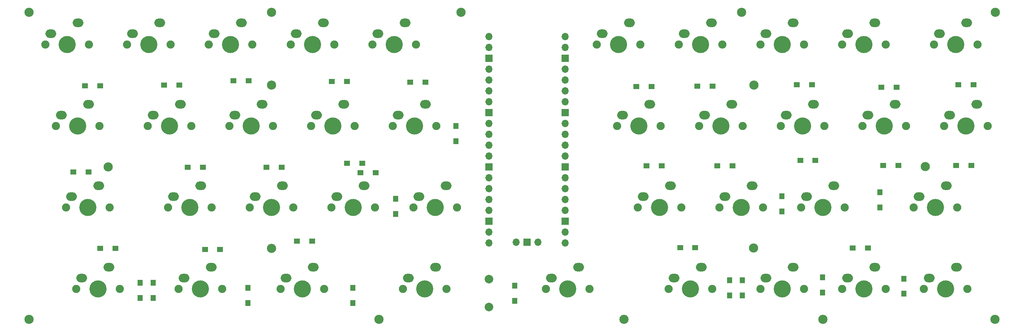
<source format=gbr>
%TF.GenerationSoftware,KiCad,Pcbnew,(6.0.2)*%
%TF.CreationDate,2022-03-06T15:17:29+09:00*%
%TF.ProjectId,presplit_39key,70726573-706c-4697-945f-33396b65792e,rev?*%
%TF.SameCoordinates,Original*%
%TF.FileFunction,Soldermask,Bot*%
%TF.FilePolarity,Negative*%
%FSLAX46Y46*%
G04 Gerber Fmt 4.6, Leading zero omitted, Abs format (unit mm)*
G04 Created by KiCad (PCBNEW (6.0.2)) date 2022-03-06 15:17:29*
%MOMM*%
%LPD*%
G01*
G04 APERTURE LIST*
%ADD10C,2.150000*%
%ADD11C,1.900000*%
%ADD12C,4.000000*%
%ADD13O,2.500000X2.000000*%
%ADD14O,1.700000X1.700000*%
%ADD15R,1.700000X1.700000*%
%ADD16C,2.000000*%
%ADD17R,1.400000X1.300000*%
%ADD18R,1.300000X1.400000*%
G04 APERTURE END LIST*
D10*
%TO.C,*%
X233149814Y-60346984D03*
%TD*%
%TO.C,*%
X42573094Y-60397260D03*
%TD*%
%TO.C,*%
X80675000Y-79425000D03*
%TD*%
%TO.C,*%
X193148417Y-79398333D03*
%TD*%
%TO.C,*%
X193173337Y-41296904D03*
%TD*%
%TO.C,*%
X80699920Y-41323571D03*
%TD*%
%TO.C,*%
X105725000Y-96100000D03*
%TD*%
%TO.C,*%
X162925000Y-96100000D03*
%TD*%
%TO.C,*%
X209325000Y-96100000D03*
%TD*%
%TO.C,*%
X124850000Y-24275000D03*
%TD*%
%TO.C,*%
X190300000Y-24275000D03*
%TD*%
%TO.C,*%
X80700000Y-24275000D03*
%TD*%
D11*
%TO.C,SW3*%
X42890000Y-69890000D03*
X32730000Y-69890000D03*
D12*
X37810000Y-69890000D03*
D13*
X34000000Y-67350000D03*
X40350000Y-64810000D03*
%TD*%
D11*
%TO.C,SW27*%
X185180000Y-69905000D03*
D12*
X190260000Y-69905000D03*
D11*
X195340000Y-69905000D03*
D13*
X186450000Y-67365000D03*
X192800000Y-64825000D03*
%TD*%
D14*
%TO.C,U1*%
X131420000Y-29960000D03*
X131420000Y-32500000D03*
D15*
X131420000Y-35040000D03*
D14*
X131420000Y-37580000D03*
X131420000Y-40120000D03*
X131420000Y-42660000D03*
X131420000Y-45200000D03*
D15*
X131420000Y-47740000D03*
D14*
X131420000Y-50280000D03*
X131420000Y-52820000D03*
X131420000Y-55360000D03*
X131420000Y-57900000D03*
D15*
X131420000Y-60440000D03*
D14*
X131420000Y-62980000D03*
X131420000Y-65520000D03*
X131420000Y-68060000D03*
X131420000Y-70600000D03*
D15*
X131420000Y-73140000D03*
D14*
X131420000Y-75680000D03*
X131420000Y-78220000D03*
X149200000Y-78220000D03*
X149200000Y-75680000D03*
D15*
X149200000Y-73140000D03*
D14*
X149200000Y-70600000D03*
X149200000Y-68060000D03*
X149200000Y-65520000D03*
X149200000Y-62980000D03*
D15*
X149200000Y-60440000D03*
D14*
X149200000Y-57900000D03*
X149200000Y-55360000D03*
X149200000Y-52820000D03*
X149200000Y-50280000D03*
D15*
X149200000Y-47740000D03*
D14*
X149200000Y-45200000D03*
X149200000Y-42660000D03*
X149200000Y-40120000D03*
X149200000Y-37580000D03*
D15*
X149200000Y-35040000D03*
D14*
X149200000Y-32500000D03*
X149200000Y-29960000D03*
X137770000Y-77990000D03*
D15*
X140310000Y-77990000D03*
D14*
X142850000Y-77990000D03*
%TD*%
D11*
%TO.C,SW38*%
X237615000Y-50855000D03*
D12*
X242695000Y-50855000D03*
D11*
X247775000Y-50855000D03*
D13*
X238885000Y-48315000D03*
X245235000Y-45775000D03*
%TD*%
D11*
%TO.C,SW25*%
X185815000Y-31765000D03*
X175655000Y-31765000D03*
D12*
X180735000Y-31765000D03*
D13*
X176925000Y-29225000D03*
X183275000Y-26685000D03*
%TD*%
D11*
%TO.C,SW13*%
X85155000Y-31815000D03*
X95315000Y-31815000D03*
D12*
X90235000Y-31815000D03*
D13*
X86425000Y-29275000D03*
X92775000Y-26735000D03*
%TD*%
D12*
%TO.C,SW9*%
X71135000Y-31790000D03*
D11*
X66055000Y-31790000D03*
X76215000Y-31790000D03*
D13*
X67325000Y-29250000D03*
X73675000Y-26710000D03*
%TD*%
D11*
%TO.C,SW14*%
X100090000Y-50840000D03*
D12*
X95010000Y-50840000D03*
D11*
X89930000Y-50840000D03*
D13*
X91200000Y-48300000D03*
X97550000Y-45760000D03*
%TD*%
D12*
%TO.C,SW15*%
X99770000Y-69880000D03*
D11*
X104850000Y-69880000D03*
X94690000Y-69880000D03*
D13*
X95960000Y-67340000D03*
X102310000Y-64800000D03*
%TD*%
D11*
%TO.C,SW12*%
X82790000Y-88930000D03*
X92950000Y-88930000D03*
D12*
X87870000Y-88930000D03*
D13*
X84060000Y-86390000D03*
X90410000Y-83850000D03*
%TD*%
D11*
%TO.C,SW26*%
X190565000Y-50865000D03*
X180405000Y-50865000D03*
D12*
X185485000Y-50865000D03*
D13*
X181675000Y-48325000D03*
X188025000Y-45785000D03*
%TD*%
D11*
%TO.C,SW1*%
X38115000Y-31790000D03*
D12*
X33035000Y-31790000D03*
D11*
X27955000Y-31790000D03*
D13*
X29225000Y-29250000D03*
X35575000Y-26710000D03*
%TD*%
D10*
%TO.C,*%
X24125000Y-96100000D03*
%TD*%
D12*
%TO.C,SW19*%
X118845000Y-69905000D03*
D11*
X113765000Y-69905000D03*
X123925000Y-69905000D03*
D13*
X115035000Y-67365000D03*
X121385000Y-64825000D03*
%TD*%
D11*
%TO.C,SW31*%
X214415000Y-69890000D03*
D12*
X209335000Y-69890000D03*
D11*
X204255000Y-69890000D03*
D13*
X205525000Y-67350000D03*
X211875000Y-64810000D03*
%TD*%
D12*
%TO.C,SW21*%
X161660000Y-31790000D03*
D11*
X156580000Y-31790000D03*
X166740000Y-31790000D03*
D13*
X157850000Y-29250000D03*
X164200000Y-26710000D03*
%TD*%
D11*
%TO.C,SW18*%
X119140000Y-50840000D03*
X108980000Y-50840000D03*
D12*
X114060000Y-50840000D03*
D13*
X110250000Y-48300000D03*
X116600000Y-45760000D03*
%TD*%
D10*
%TO.C,*%
X249500000Y-24275000D03*
%TD*%
D12*
%TO.C,SW11*%
X80710000Y-69865000D03*
D11*
X85790000Y-69865000D03*
X75630000Y-69865000D03*
D13*
X76900000Y-67325000D03*
X83250000Y-64785000D03*
%TD*%
D10*
%TO.C,*%
X24125000Y-24275000D03*
%TD*%
D12*
%TO.C,SW10*%
X75960000Y-50840000D03*
D11*
X70880000Y-50840000D03*
X81040000Y-50840000D03*
D13*
X72150000Y-48300000D03*
X78500000Y-45760000D03*
%TD*%
D12*
%TO.C,SW35*%
X235510000Y-69890000D03*
D11*
X230430000Y-69890000D03*
X240590000Y-69890000D03*
D13*
X231700000Y-67350000D03*
X238050000Y-64810000D03*
%TD*%
D11*
%TO.C,SW2*%
X30365000Y-50855000D03*
D12*
X35445000Y-50855000D03*
D11*
X40525000Y-50855000D03*
D13*
X31635000Y-48315000D03*
X37985000Y-45775000D03*
%TD*%
D11*
%TO.C,SW23*%
X166105000Y-69905000D03*
X176265000Y-69905000D03*
D12*
X171185000Y-69905000D03*
D13*
X167375000Y-67365000D03*
X173725000Y-64825000D03*
%TD*%
D11*
%TO.C,SW24*%
X173280000Y-88965000D03*
D12*
X178360000Y-88965000D03*
D11*
X183440000Y-88965000D03*
D13*
X174550000Y-86425000D03*
X180900000Y-83885000D03*
%TD*%
D11*
%TO.C,SW37*%
X235180000Y-31765000D03*
X245340000Y-31765000D03*
D12*
X240260000Y-31765000D03*
D13*
X236450000Y-29225000D03*
X242800000Y-26685000D03*
%TD*%
D11*
%TO.C,SW8*%
X58980000Y-88965000D03*
X69140000Y-88965000D03*
D12*
X64060000Y-88965000D03*
D13*
X60250000Y-86425000D03*
X66600000Y-83885000D03*
%TD*%
D11*
%TO.C,SW34*%
X218530000Y-50865000D03*
D12*
X223610000Y-50865000D03*
D11*
X228690000Y-50865000D03*
D13*
X219800000Y-48325000D03*
X226150000Y-45785000D03*
%TD*%
D11*
%TO.C,SW16*%
X111355000Y-88965000D03*
X121515000Y-88965000D03*
D12*
X116435000Y-88965000D03*
D13*
X112625000Y-86425000D03*
X118975000Y-83885000D03*
%TD*%
D11*
%TO.C,SW22*%
X171490000Y-50865000D03*
D12*
X166410000Y-50865000D03*
D11*
X161330000Y-50865000D03*
D13*
X162600000Y-48325000D03*
X168950000Y-45785000D03*
%TD*%
D10*
%TO.C,*%
X249450000Y-96100000D03*
%TD*%
D11*
%TO.C,SW20*%
X144705000Y-88940000D03*
D12*
X149785000Y-88940000D03*
D11*
X154865000Y-88940000D03*
D13*
X145975000Y-86400000D03*
X152325000Y-83860000D03*
%TD*%
D11*
%TO.C,SW7*%
X66750000Y-69905000D03*
D12*
X61670000Y-69905000D03*
D11*
X56590000Y-69905000D03*
D13*
X57860000Y-67365000D03*
X64210000Y-64825000D03*
%TD*%
D11*
%TO.C,SW17*%
X104230000Y-31765000D03*
X114390000Y-31765000D03*
D12*
X109310000Y-31765000D03*
D13*
X105500000Y-29225000D03*
X111850000Y-26685000D03*
%TD*%
D11*
%TO.C,SW6*%
X51815000Y-50855000D03*
D12*
X56895000Y-50855000D03*
D11*
X61975000Y-50855000D03*
D13*
X53085000Y-48315000D03*
X59435000Y-45775000D03*
%TD*%
D12*
%TO.C,SW30*%
X204560000Y-50865000D03*
D11*
X199480000Y-50865000D03*
X209640000Y-50865000D03*
D13*
X200750000Y-48325000D03*
X207100000Y-45785000D03*
%TD*%
%TO.C,SW32*%
X221375000Y-83860000D03*
X215025000Y-86400000D03*
D11*
X213755000Y-88940000D03*
X223915000Y-88940000D03*
D12*
X218835000Y-88940000D03*
%TD*%
D11*
%TO.C,SW29*%
X194730000Y-31790000D03*
X204890000Y-31790000D03*
D12*
X199810000Y-31790000D03*
D13*
X196000000Y-29250000D03*
X202350000Y-26710000D03*
%TD*%
D12*
%TO.C,SW4*%
X40210000Y-88915000D03*
D11*
X35130000Y-88915000D03*
X45290000Y-88915000D03*
D13*
X36400000Y-86375000D03*
X42750000Y-83835000D03*
%TD*%
D11*
%TO.C,SW5*%
X47030000Y-31815000D03*
X57190000Y-31815000D03*
D12*
X52110000Y-31815000D03*
D13*
X48300000Y-29275000D03*
X54650000Y-26735000D03*
%TD*%
D11*
%TO.C,SW28*%
X204865000Y-88940000D03*
D12*
X199785000Y-88940000D03*
D11*
X194705000Y-88940000D03*
D13*
X195975000Y-86400000D03*
X202325000Y-83860000D03*
%TD*%
D12*
%TO.C,SW33*%
X218835000Y-31790000D03*
D11*
X213755000Y-31790000D03*
X223915000Y-31790000D03*
D13*
X215025000Y-29250000D03*
X221375000Y-26710000D03*
%TD*%
D16*
%TO.C,SW41*%
X131385000Y-93190000D03*
X131385000Y-86690000D03*
%TD*%
D11*
%TO.C,SW36*%
X242970000Y-88940000D03*
X232810000Y-88940000D03*
D12*
X237890000Y-88940000D03*
D13*
X234080000Y-86400000D03*
X240430000Y-83860000D03*
%TD*%
D17*
%TO.C,D37*%
X240860000Y-41165000D03*
X244410000Y-41165000D03*
%TD*%
D18*
%TO.C,D27*%
X199710000Y-67290000D03*
X199710000Y-70840000D03*
%TD*%
D17*
%TO.C,D30*%
X204010000Y-58865000D03*
X207560000Y-58865000D03*
%TD*%
D18*
%TO.C,D35*%
X222585000Y-66340000D03*
X222585000Y-69890000D03*
%TD*%
D17*
%TO.C,D2*%
X34435000Y-61565000D03*
X37985000Y-61565000D03*
%TD*%
%TO.C,D9*%
X71810000Y-40290000D03*
X75360000Y-40290000D03*
%TD*%
%TO.C,D25*%
X180035000Y-41565000D03*
X183585000Y-41565000D03*
%TD*%
D18*
%TO.C,D20*%
X137435000Y-88165000D03*
X137435000Y-91715000D03*
%TD*%
%TO.C,D24*%
X187510000Y-86890000D03*
X187510000Y-90440000D03*
%TD*%
%TO.C,D8*%
X53085000Y-87540000D03*
X53085000Y-91090000D03*
%TD*%
%TO.C,D32*%
X209235000Y-86215000D03*
X209235000Y-89765000D03*
%TD*%
%TO.C,D36*%
X228185000Y-86540000D03*
X228185000Y-90090000D03*
%TD*%
D17*
%TO.C,D7*%
X65160000Y-79740000D03*
X68710000Y-79740000D03*
%TD*%
%TO.C,D23*%
X175985000Y-79290000D03*
X179535000Y-79290000D03*
%TD*%
%TO.C,D10*%
X79510000Y-60540000D03*
X83060000Y-60540000D03*
%TD*%
%TO.C,D21*%
X165760000Y-41640000D03*
X169310000Y-41640000D03*
%TD*%
%TO.C,D11*%
X86635000Y-77740000D03*
X90185000Y-77740000D03*
%TD*%
%TO.C,D15*%
X101460000Y-61765000D03*
X105010000Y-61765000D03*
%TD*%
%TO.C,D3*%
X40710000Y-79465000D03*
X44260000Y-79465000D03*
%TD*%
%TO.C,D26*%
X184635000Y-60190000D03*
X188185000Y-60190000D03*
%TD*%
%TO.C,D6*%
X61110000Y-60515000D03*
X64660000Y-60515000D03*
%TD*%
%TO.C,D22*%
X168135000Y-60190000D03*
X171685000Y-60190000D03*
%TD*%
%TO.C,D14*%
X98310000Y-59590000D03*
X101860000Y-59590000D03*
%TD*%
D18*
%TO.C,D4*%
X50035000Y-87490000D03*
X50035000Y-91040000D03*
%TD*%
D17*
%TO.C,D33*%
X222960000Y-41765000D03*
X226510000Y-41765000D03*
%TD*%
D18*
%TO.C,D16*%
X99635000Y-88715000D03*
X99635000Y-92265000D03*
%TD*%
D17*
%TO.C,D38*%
X240410000Y-60090000D03*
X243960000Y-60090000D03*
%TD*%
%TO.C,D5*%
X55660000Y-41265000D03*
X59210000Y-41265000D03*
%TD*%
%TO.C,D34*%
X223360000Y-60040000D03*
X226910000Y-60040000D03*
%TD*%
D18*
%TO.C,D28*%
X190535000Y-86890000D03*
X190535000Y-90440000D03*
%TD*%
%TO.C,D19*%
X109660000Y-67865000D03*
X109660000Y-71415000D03*
%TD*%
%TO.C,D18*%
X123685000Y-50840000D03*
X123685000Y-54390000D03*
%TD*%
D17*
%TO.C,D13*%
X94735000Y-40440000D03*
X98285000Y-40440000D03*
%TD*%
%TO.C,D31*%
X216235000Y-79390000D03*
X219785000Y-79390000D03*
%TD*%
%TO.C,D17*%
X113010000Y-40590000D03*
X116560000Y-40590000D03*
%TD*%
%TO.C,D1*%
X37185000Y-41415000D03*
X40735000Y-41415000D03*
%TD*%
%TO.C,D29*%
X203185000Y-41190000D03*
X206735000Y-41190000D03*
%TD*%
D18*
%TO.C,D12*%
X75210000Y-88690000D03*
X75210000Y-92240000D03*
%TD*%
M02*

</source>
